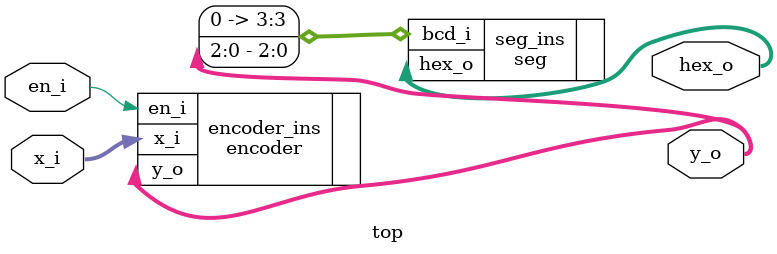
<source format=v>
module top (
    input  wire[7: 0] x_i,
    input  wire       en_i,
    output wire[2: 0] y_o,
    output wire[6: 0] hex_o
);

   encoder encoder_ins (
       .x_i(x_i),
       .en_i(en_i),
       .y_o(y_o)
   );

   seg seg_ins (
       .bcd_i({1'b0, y_o}), // {0, y_o}
       .hex_o(hex_o)
   );

endmodule

</source>
